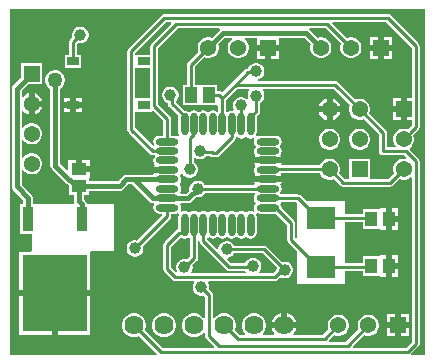
<source format=gbl>
G04*
G04 #@! TF.GenerationSoftware,Altium Limited,Altium Designer,23.2.1 (34)*
G04*
G04 Layer_Physical_Order=2*
G04 Layer_Color=16711680*
%FSLAX25Y25*%
%MOIN*%
G70*
G04*
G04 #@! TF.SameCoordinates,26DCB771-F187-4795-AA7E-67AAF857B4AA*
G04*
G04*
G04 #@! TF.FilePolarity,Positive*
G04*
G01*
G75*
%ADD19R,0.05151X0.03960*%
%ADD36C,0.01000*%
%ADD37C,0.01500*%
%ADD38C,0.06378*%
%ADD39C,0.05394*%
%ADD40R,0.05394X0.05394*%
%ADD41R,0.05394X0.05394*%
%ADD42C,0.09843*%
%ADD43C,0.03937*%
%ADD44C,0.05000*%
%ADD45O,0.07677X0.02362*%
%ADD46O,0.02362X0.07677*%
%ADD47R,0.03937X0.02756*%
%ADD48R,0.03740X0.08268*%
%ADD49R,0.21654X0.25591*%
%ADD50R,0.03960X0.05151*%
%ADD51R,0.09449X0.07480*%
%ADD52R,0.03937X0.05315*%
G36*
X70590Y109395D02*
X70575Y109385D01*
X67864Y106674D01*
X67232Y106843D01*
X66311D01*
X65422Y106605D01*
X64625Y106145D01*
X63973Y105494D01*
X63513Y104696D01*
X63275Y103807D01*
Y102886D01*
X63513Y101997D01*
X63526Y101975D01*
X60086Y98536D01*
X59799Y98106D01*
X59698Y97598D01*
Y91056D01*
X58255D01*
Y84141D01*
X63661D01*
X63792Y84141D01*
X64161D01*
X64292Y84141D01*
X69697D01*
Y84141D01*
X70131Y83981D01*
Y82133D01*
X70000Y82037D01*
X69699Y81935D01*
X69522Y81984D01*
X69080Y82280D01*
X68307Y82434D01*
X67534Y82280D01*
X67092Y81984D01*
X66732Y81883D01*
X66373Y81984D01*
X65931Y82280D01*
X65158Y82434D01*
X64385Y82280D01*
X63942Y81984D01*
X63583Y81883D01*
X63223Y81984D01*
X62781Y82280D01*
X62008Y82434D01*
X61235Y82280D01*
X60793Y81984D01*
X60433Y81883D01*
X60074Y81984D01*
X59631Y82280D01*
X58858Y82434D01*
X58737Y82410D01*
X56021Y85125D01*
Y85571D01*
X56349Y85899D01*
X56714Y86530D01*
X56902Y87234D01*
Y87963D01*
X56714Y88667D01*
X56349Y89298D01*
X55834Y89814D01*
X55202Y90178D01*
X54498Y90367D01*
X53769D01*
X53065Y90178D01*
X52434Y89814D01*
X51918Y89298D01*
X51554Y88667D01*
X51365Y87963D01*
Y87234D01*
X51554Y86530D01*
X51918Y85899D01*
X52434Y85383D01*
X53065Y85019D01*
X53370Y84937D01*
Y84576D01*
X53471Y84069D01*
X53759Y83639D01*
X56862Y80535D01*
X56838Y80414D01*
Y75099D01*
X56992Y74326D01*
X57096Y74170D01*
X56735Y73810D01*
X56580Y73914D01*
X55807Y74067D01*
X54475D01*
Y79724D01*
X54374Y80232D01*
X54087Y80662D01*
X50125Y84623D01*
Y103334D01*
X56686Y109895D01*
X70438D01*
X70590Y109395D01*
D02*
G37*
G36*
X54444Y111402D02*
X47863Y104821D01*
X47575Y104391D01*
X47475Y103883D01*
Y100997D01*
X42507D01*
X42447Y101472D01*
Y101596D01*
X52714Y111864D01*
X54252D01*
X54444Y111402D01*
D02*
G37*
G36*
X134574Y103334D02*
Y86531D01*
X132890D01*
Y82835D01*
Y79138D01*
X134574D01*
Y77394D01*
X133261Y76081D01*
X133239Y76093D01*
X132350Y76331D01*
X131429D01*
X130540Y76093D01*
X129743Y75633D01*
X129092Y74982D01*
X128631Y74184D01*
X128393Y73295D01*
Y72374D01*
X128631Y71485D01*
X129092Y70688D01*
X129208Y70571D01*
X129017Y70109D01*
X126326D01*
Y75040D01*
X126225Y75547D01*
X125937Y75977D01*
X120451Y81463D01*
X120463Y81485D01*
X120702Y82374D01*
Y83295D01*
X120463Y84184D01*
X120003Y84982D01*
X119352Y85633D01*
X118554Y86093D01*
X117665Y86332D01*
X116744D01*
X115855Y86093D01*
X115833Y86081D01*
X109994Y91921D01*
X109563Y92208D01*
X109056Y92309D01*
X83499D01*
X83433Y92809D01*
X83746Y92893D01*
X84377Y93257D01*
X84892Y93773D01*
X85257Y94404D01*
X85446Y95108D01*
Y95837D01*
X85257Y96541D01*
X84892Y97172D01*
X84377Y97688D01*
X83746Y98052D01*
X83042Y98241D01*
X82313D01*
X81609Y98052D01*
X80977Y97688D01*
X80462Y97172D01*
X80097Y96541D01*
X80084Y96490D01*
X80080D01*
X79572Y96389D01*
X79142Y96102D01*
X74961Y91921D01*
X71457Y88416D01*
X71337Y88536D01*
X70907Y88823D01*
X70400Y88924D01*
X69697D01*
Y91056D01*
X64292D01*
X64161Y91056D01*
X63792D01*
X63661Y91056D01*
X62349D01*
Y97049D01*
X65400Y100101D01*
X65422Y100088D01*
X66311Y99850D01*
X67232D01*
X68121Y100088D01*
X68919Y100548D01*
X69570Y101199D01*
X70030Y101997D01*
X70268Y102886D01*
Y103807D01*
X70099Y104439D01*
X72347Y106687D01*
X74564D01*
X74698Y106187D01*
X74625Y106145D01*
X73973Y105494D01*
X73513Y104696D01*
X73275Y103807D01*
Y102886D01*
X73513Y101997D01*
X73973Y101199D01*
X74625Y100548D01*
X75422Y100088D01*
X76311Y99850D01*
X77232D01*
X78121Y100088D01*
X78919Y100548D01*
X79570Y101199D01*
X80030Y101997D01*
X80268Y102886D01*
Y103807D01*
X80030Y104696D01*
X79570Y105494D01*
X78919Y106145D01*
X78845Y106187D01*
X78979Y106687D01*
X83075D01*
Y104347D01*
X86772D01*
X90468D01*
Y106687D01*
X98755D01*
X101003Y104439D01*
X100834Y103807D01*
Y102886D01*
X101072Y101997D01*
X101533Y101199D01*
X102184Y100548D01*
X102981Y100088D01*
X103870Y99850D01*
X104791D01*
X105681Y100088D01*
X106478Y100548D01*
X107129Y101199D01*
X107589Y101997D01*
X107828Y102886D01*
Y103807D01*
X107589Y104696D01*
X107129Y105494D01*
X106478Y106145D01*
X105681Y106605D01*
X104791Y106843D01*
X103870D01*
X103238Y106674D01*
X100527Y109385D01*
X100513Y109395D01*
X100664Y109895D01*
X105908D01*
X111085Y104718D01*
X111072Y104696D01*
X110834Y103807D01*
Y102886D01*
X111072Y101997D01*
X111533Y101199D01*
X112184Y100548D01*
X112981Y100088D01*
X113870Y99850D01*
X114791D01*
X115681Y100088D01*
X116478Y100548D01*
X117129Y101199D01*
X117589Y101997D01*
X117828Y102886D01*
Y103807D01*
X117589Y104696D01*
X117129Y105494D01*
X116478Y106145D01*
X115681Y106605D01*
X114791Y106843D01*
X113870D01*
X112981Y106605D01*
X112959Y106593D01*
X108150Y111402D01*
X108342Y111864D01*
X126045D01*
X134574Y103334D01*
D02*
G37*
G36*
X47475Y86430D02*
X42507D01*
X42447Y86905D01*
Y96166D01*
X42507Y96641D01*
X47475D01*
Y86430D01*
D02*
G37*
G36*
X80559Y89158D02*
X80485Y89083D01*
X80120Y88452D01*
X79931Y87748D01*
Y87019D01*
X80110Y86351D01*
X80087Y86309D01*
X79598Y86156D01*
X79456Y86299D01*
X78825Y86663D01*
X78120Y86852D01*
X77391D01*
X76687Y86663D01*
X76056Y86299D01*
X75541Y85783D01*
X75176Y85152D01*
X74988Y84448D01*
Y83719D01*
X75176Y83015D01*
X75297Y82806D01*
X74977Y82360D01*
X74606Y82434D01*
X73833Y82280D01*
X73391Y81984D01*
X73214Y81935D01*
X72913Y82037D01*
X72782Y82133D01*
Y85993D01*
X76447Y89658D01*
X80352D01*
X80559Y89158D01*
D02*
G37*
G36*
X51824Y79175D02*
Y74067D01*
X50492D01*
X49719Y73914D01*
X49064Y73476D01*
X48626Y72820D01*
X48472Y72047D01*
X48626Y71274D01*
X48785Y71037D01*
X48551Y70491D01*
X48522Y70479D01*
X42447Y76554D01*
Y81599D01*
X42507Y82074D01*
X48044D01*
Y82302D01*
X48506Y82494D01*
X51824Y79175D01*
D02*
G37*
G36*
X113959Y84206D02*
X113946Y84184D01*
X113708Y83295D01*
Y82374D01*
X113946Y81485D01*
X114407Y80688D01*
X115058Y80037D01*
X115855Y79576D01*
X116744Y79338D01*
X117665D01*
X118554Y79576D01*
X118576Y79589D01*
X123674Y74491D01*
Y68783D01*
X123775Y68276D01*
X124063Y67846D01*
X124493Y67559D01*
X125000Y67458D01*
X132051D01*
X132773Y66736D01*
X132514Y66287D01*
X132350Y66331D01*
X131429D01*
X130540Y66093D01*
X129743Y65633D01*
X129092Y64982D01*
X128631Y64184D01*
X128393Y63295D01*
Y62374D01*
X128631Y61485D01*
X128644Y61463D01*
X126890Y59709D01*
X120702D01*
Y66332D01*
X113708D01*
Y59709D01*
X112205D01*
X110451Y61463D01*
X110463Y61485D01*
X110702Y62374D01*
Y63295D01*
X110463Y64184D01*
X110003Y64982D01*
X109352Y65633D01*
X108554Y66093D01*
X107665Y66332D01*
X106744D01*
X105855Y66093D01*
X105058Y65633D01*
X104407Y64982D01*
X103946Y64184D01*
X103940Y64160D01*
X91435D01*
X91168Y64660D01*
X91227Y64748D01*
X86614D01*
X82002D01*
X82384Y64176D01*
X82275Y63647D01*
X82091Y63372D01*
X81937Y62599D01*
X82091Y61826D01*
X82275Y61550D01*
X82384Y61022D01*
X82002Y60449D01*
X86614D01*
X91227D01*
X90844Y61022D01*
X90892Y61304D01*
X91014Y61509D01*
X103940D01*
X103946Y61485D01*
X104407Y60688D01*
X105058Y60037D01*
X105855Y59576D01*
X106744Y59338D01*
X107665D01*
X108554Y59576D01*
X108576Y59589D01*
X110719Y57446D01*
X111149Y57159D01*
X111656Y57058D01*
X127439D01*
X127946Y57159D01*
X128376Y57446D01*
X130518Y59589D01*
X130540Y59576D01*
X131429Y59338D01*
X132350D01*
X133239Y59576D01*
X134037Y60036D01*
X134113Y60112D01*
X134574Y59921D01*
Y5232D01*
X132651Y3309D01*
X115089D01*
X114897Y3771D01*
X118707Y7581D01*
X118729Y7568D01*
X119618Y7330D01*
X120539D01*
X121429Y7568D01*
X122226Y8029D01*
X122877Y8680D01*
X123337Y9477D01*
X123576Y10366D01*
Y11287D01*
X123337Y12177D01*
X122877Y12974D01*
X122226Y13625D01*
X121429Y14085D01*
X120539Y14324D01*
X119618D01*
X118729Y14085D01*
X117932Y13625D01*
X117281Y12974D01*
X116820Y12177D01*
X116582Y11287D01*
Y10366D01*
X116820Y9477D01*
X116833Y9455D01*
X112686Y5309D01*
X107142D01*
X106935Y5809D01*
X108707Y7581D01*
X108729Y7568D01*
X109618Y7330D01*
X110539D01*
X111428Y7568D01*
X112226Y8029D01*
X112877Y8680D01*
X113337Y9477D01*
X113576Y10366D01*
Y11287D01*
X113337Y12177D01*
X112877Y12974D01*
X112226Y13625D01*
X111428Y14085D01*
X110539Y14324D01*
X109618D01*
X108729Y14085D01*
X107932Y13625D01*
X107281Y12974D01*
X106820Y12177D01*
X106582Y11287D01*
Y10366D01*
X106820Y9477D01*
X106833Y9455D01*
X104986Y7609D01*
X95367D01*
X95176Y8071D01*
X95360Y8255D01*
X95911Y9210D01*
X96077Y9827D01*
X87939D01*
X88104Y9210D01*
X88656Y8255D01*
X88840Y8071D01*
X88648Y7609D01*
X85138D01*
X84931Y8109D01*
X85200Y8377D01*
X85725Y9287D01*
X85997Y10302D01*
Y11352D01*
X85725Y12366D01*
X85200Y13276D01*
X84457Y14019D01*
X83548Y14544D01*
X82533Y14816D01*
X81483D01*
X80468Y14544D01*
X79558Y14019D01*
X78816Y13276D01*
X78291Y12366D01*
X78019Y11352D01*
Y10302D01*
X78291Y9287D01*
X78816Y8377D01*
X79084Y8109D01*
X78877Y7609D01*
X77100D01*
X75614Y9095D01*
X75725Y9287D01*
X75997Y10302D01*
Y11352D01*
X75725Y12366D01*
X75200Y13276D01*
X74457Y14019D01*
X73548Y14544D01*
X72533Y14816D01*
X71483D01*
X70468Y14544D01*
X69559Y14019D01*
X68826Y13286D01*
X68713Y13289D01*
X68326Y13393D01*
Y20883D01*
X68225Y21391D01*
X67937Y21821D01*
X67051Y22707D01*
X67163Y23124D01*
Y23853D01*
X66974Y24557D01*
X66690Y25050D01*
X66898Y25550D01*
X88883D01*
X88883Y25550D01*
X88883Y25550D01*
X89167Y25606D01*
X89390Y25651D01*
X89390Y25651D01*
X89390Y25651D01*
X89607Y25795D01*
X89820Y25938D01*
X89820Y25938D01*
X89820Y25938D01*
X90786Y26903D01*
X91131Y26704D01*
X91835Y26515D01*
X92564D01*
X93269Y26704D01*
X93900Y27068D01*
X94415Y27584D01*
X94780Y28215D01*
X94968Y28919D01*
Y29648D01*
X94780Y30352D01*
X94415Y30983D01*
X93900Y31499D01*
X93269Y31863D01*
X92564Y32052D01*
X91835D01*
X91418Y31940D01*
X86337Y37021D01*
X85907Y37308D01*
X85400Y37409D01*
X75331D01*
X75115Y37783D01*
X74600Y38299D01*
X73969Y38663D01*
X73264Y38852D01*
X72536D01*
X71831Y38663D01*
X71200Y38299D01*
X70685Y37783D01*
X70320Y37152D01*
X70131Y36448D01*
Y36391D01*
X69631Y36184D01*
X66483Y39332D01*
Y39915D01*
X66614Y40011D01*
X66983Y40136D01*
X67534Y39768D01*
X68307Y39614D01*
X69080Y39768D01*
X69735Y40206D01*
X70029D01*
X70684Y39768D01*
X71457Y39614D01*
X72230Y39768D01*
X72885Y40206D01*
X73178D01*
X73833Y39768D01*
X74606Y39614D01*
X75379Y39768D01*
X76035Y40206D01*
X76328D01*
X76983Y39768D01*
X77756Y39614D01*
X78529Y39768D01*
X79184Y40206D01*
X79477D01*
X80133Y39768D01*
X80906Y39614D01*
X81679Y39768D01*
X82334Y40206D01*
X82772Y40861D01*
X82925Y41634D01*
Y46949D01*
X82772Y47722D01*
X82668Y47877D01*
X83029Y48238D01*
X83184Y48134D01*
X83957Y47980D01*
X89272D01*
X89393Y48004D01*
X93163Y44235D01*
Y39174D01*
X93264Y38666D01*
X93551Y38236D01*
X96457Y35331D01*
Y24606D01*
X112205D01*
Y28990D01*
X118377D01*
Y27137D01*
X123895D01*
Y26937D01*
X125875D01*
Y30512D01*
Y34087D01*
X123895D01*
Y33887D01*
X118377D01*
Y31641D01*
X112205D01*
Y45131D01*
X118377D01*
Y42885D01*
X123895D01*
Y42685D01*
X125875D01*
Y46260D01*
Y49835D01*
X123895D01*
Y49635D01*
X118377D01*
Y47782D01*
X112205D01*
Y52165D01*
X99512D01*
X97591Y54087D01*
X97161Y54374D01*
X96654Y54475D01*
X90991D01*
X90895Y54606D01*
X90770Y54975D01*
X91138Y55526D01*
X91292Y56299D01*
X91138Y57072D01*
X90953Y57348D01*
X90844Y57876D01*
X91227Y58449D01*
X86614D01*
X82002D01*
X82241Y58090D01*
X81981Y57590D01*
X65643D01*
X65447Y57930D01*
X64931Y58445D01*
X64300Y58810D01*
X63596Y58998D01*
X62867D01*
X62163Y58810D01*
X61532Y58445D01*
X61016Y57930D01*
X60652Y57298D01*
X60463Y56594D01*
Y55865D01*
X60499Y55732D01*
X59497Y54730D01*
X57743D01*
X57475Y55230D01*
X57673Y55526D01*
X57827Y56299D01*
X57673Y57072D01*
X57235Y57728D01*
Y58021D01*
X57673Y58676D01*
X57827Y59449D01*
X57673Y60222D01*
X57489Y60498D01*
X57404Y60908D01*
X57709Y61298D01*
X58197Y61273D01*
X58313Y61072D01*
X58828Y60556D01*
X59460Y60192D01*
X60164Y60003D01*
X60893D01*
X61597Y60192D01*
X62228Y60556D01*
X62744Y61072D01*
X63108Y61703D01*
X63297Y62407D01*
Y63136D01*
X63108Y63840D01*
X62744Y64471D01*
X62228Y64987D01*
X61854Y65203D01*
Y66414D01*
X62354Y66611D01*
X62862Y66318D01*
X63566Y66129D01*
X64295D01*
X64999Y66318D01*
X65630Y66682D01*
X66146Y67198D01*
X66252Y67383D01*
X67350D01*
X67386Y67346D01*
X67816Y67059D01*
X68323Y66958D01*
X69406D01*
X69914Y67059D01*
X70344Y67346D01*
X75544Y72546D01*
X75831Y72976D01*
X75914Y73391D01*
X76113Y73526D01*
X76350Y73582D01*
X76541Y73528D01*
X76983Y73233D01*
X77756Y73079D01*
X78529Y73233D01*
X78971Y73528D01*
X79331Y73629D01*
X79690Y73528D01*
X80133Y73233D01*
X80906Y73079D01*
X81679Y73233D01*
X81834Y73336D01*
X82195Y72976D01*
X82091Y72820D01*
X81937Y72047D01*
X82091Y71274D01*
X82528Y70619D01*
Y70326D01*
X82091Y69671D01*
X81937Y68898D01*
X82091Y68125D01*
X82275Y67849D01*
X82384Y67321D01*
X82002Y66748D01*
X86614D01*
X91227D01*
X90844Y67321D01*
X90953Y67849D01*
X91138Y68125D01*
X91292Y68898D01*
X91138Y69671D01*
X90700Y70326D01*
Y70619D01*
X91138Y71274D01*
X91292Y72047D01*
X91138Y72820D01*
X90700Y73476D01*
X90045Y73914D01*
X89272Y74067D01*
X83957D01*
X83184Y73914D01*
X83028Y73810D01*
X82668Y74170D01*
X82772Y74326D01*
X82925Y75099D01*
Y80414D01*
X82906Y80510D01*
X83637Y81240D01*
X83925Y81671D01*
X84026Y82178D01*
Y84952D01*
X84400Y85168D01*
X84915Y85684D01*
X85280Y86315D01*
X85469Y87019D01*
Y87748D01*
X85280Y88452D01*
X84915Y89083D01*
X84841Y89158D01*
X85048Y89658D01*
X108507D01*
X113959Y84206D01*
D02*
G37*
G36*
X82257Y54890D02*
X82436Y54439D01*
X82091Y53923D01*
X81937Y53150D01*
X82091Y52377D01*
X82528Y51722D01*
Y51429D01*
X82091Y50773D01*
X81937Y50000D01*
X82091Y49227D01*
X82194Y49072D01*
X81834Y48711D01*
X81679Y48815D01*
X80906Y48969D01*
X80133Y48815D01*
X79690Y48520D01*
X79331Y48419D01*
X78971Y48520D01*
X78529Y48815D01*
X77756Y48969D01*
X76983Y48815D01*
X76541Y48520D01*
X76181Y48419D01*
X75822Y48520D01*
X75379Y48815D01*
X74606Y48969D01*
X73833Y48815D01*
X73391Y48520D01*
X73032Y48419D01*
X72672Y48520D01*
X72230Y48815D01*
X71457Y48969D01*
X70684Y48815D01*
X70242Y48520D01*
X69882Y48419D01*
X69522Y48520D01*
X69080Y48815D01*
X68307Y48969D01*
X67534Y48815D01*
X67092Y48520D01*
X66732Y48419D01*
X66373Y48520D01*
X65931Y48815D01*
X65158Y48969D01*
X64385Y48815D01*
X63942Y48520D01*
X63583Y48419D01*
X63223Y48520D01*
X62781Y48815D01*
X62008Y48969D01*
X61235Y48815D01*
X60793Y48520D01*
X60433Y48419D01*
X60074Y48520D01*
X59631Y48815D01*
X58858Y48969D01*
X58085Y48815D01*
X57930Y48711D01*
X57569Y49072D01*
X57673Y49227D01*
X57827Y50000D01*
X57673Y50773D01*
X57475Y51069D01*
X57743Y51569D01*
X60151D01*
X60756Y51690D01*
X61269Y52032D01*
X62734Y53497D01*
X62867Y53461D01*
X63596D01*
X64300Y53650D01*
X64931Y54015D01*
X65447Y54530D01*
X65683Y54939D01*
X82214D01*
X82257Y54890D01*
D02*
G37*
G36*
X96457Y51472D02*
Y40159D01*
X95957Y39904D01*
X95814Y40008D01*
Y44784D01*
X95713Y45291D01*
X95425Y45721D01*
X91268Y49879D01*
X91292Y50000D01*
X91138Y50773D01*
X90770Y51324D01*
X90895Y51693D01*
X90991Y51824D01*
X96105D01*
X96457Y51472D01*
D02*
G37*
G36*
X58085Y39768D02*
X58858Y39614D01*
X59631Y39768D01*
X60074Y40064D01*
X60251Y40113D01*
X60551Y40012D01*
X60682Y39915D01*
Y33740D01*
X59709Y32767D01*
X59165Y32912D01*
X58435D01*
X57731Y32724D01*
X57100Y32359D01*
X56585Y31844D01*
X56220Y31212D01*
X56032Y30508D01*
Y29779D01*
X56220Y29075D01*
X56270Y28989D01*
X55870Y28682D01*
X54475Y30077D01*
Y37077D01*
X57534Y40136D01*
X58085Y39768D01*
D02*
G37*
G36*
X89543Y30066D02*
X89432Y29648D01*
Y29273D01*
X89356Y29222D01*
X89356Y29222D01*
X89356Y29222D01*
X88334Y28201D01*
X84004D01*
X83797Y28701D01*
X83908Y28812D01*
X84273Y29443D01*
X84461Y30147D01*
Y30876D01*
X84273Y31580D01*
X83908Y32212D01*
X83393Y32727D01*
X82762Y33092D01*
X82057Y33280D01*
X81328D01*
X80624Y33092D01*
X79993Y32727D01*
X79478Y32212D01*
X79113Y31580D01*
X79094Y31509D01*
X74307D01*
X73001Y32815D01*
X73208Y33315D01*
X73264D01*
X73969Y33504D01*
X74600Y33868D01*
X75115Y34383D01*
X75331Y34758D01*
X84851D01*
X89543Y30066D01*
D02*
G37*
G36*
X63933Y38276D02*
X64220Y37846D01*
X72820Y29246D01*
X73250Y28959D01*
X73758Y28858D01*
X79113D01*
X79218Y28701D01*
X78951Y28201D01*
X61452D01*
X61164Y28701D01*
X61380Y29075D01*
X61568Y29779D01*
Y30508D01*
X61490Y30799D01*
X62945Y32254D01*
X63233Y32684D01*
X63333Y33191D01*
Y38780D01*
X63832Y38783D01*
X63933Y38276D01*
D02*
G37*
G36*
X138961Y803D02*
X134601D01*
X134394Y1303D01*
X136837Y3746D01*
X137125Y4176D01*
X137225Y4683D01*
Y65483D01*
X137125Y65991D01*
X136837Y66421D01*
X133886Y69372D01*
X133968Y69997D01*
X134037Y70036D01*
X134688Y70688D01*
X135148Y71485D01*
X135387Y72374D01*
Y73295D01*
X135148Y74184D01*
X135136Y74206D01*
X136837Y75908D01*
X137125Y76338D01*
X137225Y76845D01*
Y103883D01*
X137125Y104391D01*
X136837Y104821D01*
X127532Y114126D01*
X127102Y114414D01*
X126594Y114515D01*
X52165D01*
X51658Y114414D01*
X51228Y114126D01*
X40184Y103082D01*
X39897Y102652D01*
X39796Y102145D01*
Y76005D01*
X39897Y75497D01*
X40184Y75067D01*
X47291Y67961D01*
X47721Y67673D01*
X48228Y67572D01*
X48773D01*
X48869Y67441D01*
X48994Y67072D01*
X48626Y66521D01*
X48472Y65748D01*
X48626Y64975D01*
X48810Y64699D01*
X48920Y64171D01*
X48537Y63599D01*
X53150D01*
Y61599D01*
X48537D01*
X48623Y61470D01*
X48387Y61029D01*
X39469D01*
X38864Y60909D01*
X38351Y60567D01*
X36545Y58761D01*
X26997D01*
Y59919D01*
X27197D01*
Y61899D01*
X23622D01*
Y62899D01*
X22622D01*
Y65879D01*
X20047D01*
Y62615D01*
X19585Y62424D01*
X17328Y64680D01*
Y89622D01*
X17774Y89879D01*
X18389Y90493D01*
X18823Y91246D01*
X19048Y92085D01*
Y92954D01*
X18823Y93793D01*
X18389Y94546D01*
X17774Y95160D01*
X17022Y95595D01*
X16183Y95820D01*
X15314D01*
X14474Y95595D01*
X13722Y95160D01*
X13107Y94546D01*
X12673Y93793D01*
X12448Y92954D01*
Y92085D01*
X12673Y91246D01*
X13107Y90493D01*
X13722Y89879D01*
X14168Y89622D01*
Y64026D01*
X14288Y63421D01*
X14630Y62908D01*
X19287Y58252D01*
X19800Y57909D01*
X20128Y57844D01*
X20247Y57725D01*
Y54401D01*
X22042D01*
Y52168D01*
X22136Y51694D01*
X22022Y51409D01*
X21816Y51181D01*
X9324D01*
Y51194D01*
X8234D01*
Y53386D01*
X8114Y53991D01*
X7771Y54503D01*
X4533Y57741D01*
Y62438D01*
X5033Y62572D01*
X5076Y62498D01*
X5727Y61847D01*
X6524Y61387D01*
X7414Y61149D01*
X8334D01*
X9224Y61387D01*
X10021Y61847D01*
X10672Y62498D01*
X11133Y63296D01*
X11371Y64185D01*
Y65106D01*
X11133Y65995D01*
X10672Y66793D01*
X10021Y67444D01*
X9224Y67904D01*
X8334Y68142D01*
X7414D01*
X6524Y67904D01*
X5727Y67444D01*
X5076Y66793D01*
X5033Y66719D01*
X4533Y66853D01*
Y72438D01*
X5033Y72572D01*
X5076Y72499D01*
X5727Y71847D01*
X6524Y71387D01*
X7414Y71149D01*
X8334D01*
X9224Y71387D01*
X10021Y71847D01*
X10672Y72499D01*
X11133Y73296D01*
X11371Y74185D01*
Y75106D01*
X11133Y75995D01*
X10672Y76793D01*
X10021Y77444D01*
X9224Y77904D01*
X8334Y78142D01*
X7414D01*
X6524Y77904D01*
X5727Y77444D01*
X5076Y76793D01*
X5033Y76719D01*
X4533Y76853D01*
Y82092D01*
X5033Y82258D01*
X5604Y81687D01*
X6447Y81201D01*
X6874Y81086D01*
Y84646D01*
Y88205D01*
X6447Y88090D01*
X5604Y87604D01*
X5033Y87033D01*
X4533Y87199D01*
Y89070D01*
X6612Y91149D01*
X11371D01*
Y98142D01*
X4377D01*
Y93384D01*
X1835Y90842D01*
X1493Y90329D01*
X1372Y89724D01*
Y57087D01*
X1493Y56482D01*
X1835Y55969D01*
X5073Y52731D01*
Y51194D01*
X3983D01*
Y41326D01*
X7874D01*
Y35752D01*
X7874Y35433D01*
X7449Y35252D01*
X3803D01*
Y22457D01*
X15630D01*
Y21457D01*
D01*
Y22457D01*
X27457D01*
Y34933D01*
X27457Y35252D01*
X27882Y35433D01*
X35433D01*
Y51181D01*
X27277D01*
Y51194D01*
X26185D01*
X26066Y51788D01*
X25724Y52301D01*
X25202Y52822D01*
Y54401D01*
X26997D01*
Y55600D01*
X37200D01*
X37805Y55720D01*
X38317Y56063D01*
X40123Y57869D01*
X41274D01*
X47111Y52032D01*
X47623Y51690D01*
X48228Y51569D01*
X48557D01*
X48824Y51069D01*
X48626Y50773D01*
X48472Y50000D01*
X48626Y49227D01*
X49064Y48572D01*
X49719Y48134D01*
X50492Y47980D01*
X51304D01*
X51511Y47480D01*
X43105Y39074D01*
X42687Y39186D01*
X41958D01*
X41254Y38997D01*
X40623Y38633D01*
X40108Y38117D01*
X39743Y37486D01*
X39554Y36782D01*
Y36053D01*
X39743Y35349D01*
X40108Y34717D01*
X40623Y34202D01*
X41254Y33838D01*
X41958Y33649D01*
X42687D01*
X43391Y33838D01*
X44023Y34202D01*
X44538Y34717D01*
X44903Y35349D01*
X45091Y36053D01*
Y36782D01*
X44979Y37199D01*
X54087Y46307D01*
X54374Y46737D01*
X54475Y47244D01*
Y47980D01*
X55807D01*
X56580Y48134D01*
X56735Y48238D01*
X57096Y47877D01*
X56992Y47722D01*
X56838Y46949D01*
Y42860D01*
X56605Y42813D01*
X56175Y42526D01*
X52212Y38563D01*
X51925Y38133D01*
X51824Y37626D01*
Y29528D01*
X51925Y29020D01*
X52212Y28590D01*
X54865Y25938D01*
X55295Y25651D01*
X55802Y25550D01*
X61891D01*
X62099Y25050D01*
X61815Y24557D01*
X61626Y23853D01*
Y23124D01*
X61815Y22420D01*
X62179Y21789D01*
X62695Y21273D01*
X63326Y20909D01*
X64030Y20720D01*
X64759D01*
X65177Y20832D01*
X65675Y20334D01*
Y13403D01*
X65338Y13313D01*
X65175Y13301D01*
X64457Y14019D01*
X63547Y14544D01*
X62533Y14816D01*
X61483D01*
X60468Y14544D01*
X59558Y14019D01*
X58816Y13276D01*
X58291Y12366D01*
X58019Y11352D01*
Y10302D01*
X58291Y9287D01*
X58816Y8377D01*
X59558Y7635D01*
X60468Y7110D01*
X61483Y6838D01*
X62533D01*
X63547Y7110D01*
X64457Y7635D01*
X65175Y8352D01*
X65338Y8341D01*
X65675Y8250D01*
Y7383D01*
X65775Y6876D01*
X66063Y6446D01*
X68738Y3771D01*
X68547Y3309D01*
X51400D01*
X45614Y9095D01*
X45725Y9287D01*
X45997Y10302D01*
Y11352D01*
X45725Y12366D01*
X45200Y13276D01*
X44457Y14019D01*
X43547Y14544D01*
X42533Y14816D01*
X41483D01*
X40468Y14544D01*
X39559Y14019D01*
X38816Y13276D01*
X38291Y12366D01*
X38019Y11352D01*
Y10302D01*
X38291Y9287D01*
X38816Y8377D01*
X39559Y7635D01*
X40468Y7110D01*
X41483Y6838D01*
X42533D01*
X43547Y7110D01*
X43740Y7220D01*
X49657Y1303D01*
X49450Y803D01*
X803D01*
Y116323D01*
X138961D01*
Y803D01*
D02*
G37*
%LPC*%
G36*
X128028Y107044D02*
X125331D01*
Y104347D01*
X128028D01*
Y107044D01*
D02*
G37*
G36*
X123331D02*
X120634D01*
Y104347D01*
X123331D01*
Y107044D01*
D02*
G37*
G36*
X128028Y102347D02*
X125331D01*
Y99650D01*
X128028D01*
Y102347D01*
D02*
G37*
G36*
X123331D02*
X120634D01*
Y99650D01*
X123331D01*
Y102347D01*
D02*
G37*
G36*
X90468D02*
X87772D01*
Y99650D01*
X90468D01*
Y102347D01*
D02*
G37*
G36*
X85772D02*
X83075D01*
Y99650D01*
X85772D01*
Y102347D01*
D02*
G37*
G36*
X130890Y86531D02*
X128193D01*
Y83835D01*
X130890D01*
Y86531D01*
D02*
G37*
G36*
Y81835D02*
X128193D01*
Y79138D01*
X130890D01*
Y81835D01*
D02*
G37*
G36*
X108205Y86394D02*
Y83835D01*
X110764D01*
X110650Y84262D01*
X110163Y85105D01*
X109475Y85793D01*
X108632Y86280D01*
X108205Y86394D01*
D02*
G37*
G36*
X106205D02*
X105778Y86280D01*
X104935Y85793D01*
X104247Y85105D01*
X103760Y84262D01*
X103646Y83835D01*
X106205D01*
Y86394D01*
D02*
G37*
G36*
X110764Y81835D02*
X108205D01*
Y79276D01*
X108632Y79390D01*
X109475Y79877D01*
X110163Y80565D01*
X110650Y81408D01*
X110764Y81835D01*
D02*
G37*
G36*
X106205D02*
X103646D01*
X103760Y81408D01*
X104247Y80565D01*
X104935Y79877D01*
X105778Y79390D01*
X106205Y79276D01*
Y81835D01*
D02*
G37*
G36*
X117665Y76332D02*
X116744D01*
X115855Y76093D01*
X115058Y75633D01*
X114407Y74982D01*
X113946Y74185D01*
X113708Y73295D01*
Y72374D01*
X113946Y71485D01*
X114407Y70688D01*
X115058Y70037D01*
X115855Y69576D01*
X116744Y69338D01*
X117665D01*
X118554Y69576D01*
X119352Y70037D01*
X120003Y70688D01*
X120463Y71485D01*
X120702Y72374D01*
Y73295D01*
X120463Y74185D01*
X120003Y74982D01*
X119352Y75633D01*
X118554Y76093D01*
X117665Y76332D01*
D02*
G37*
G36*
X107665D02*
X106744D01*
X105855Y76093D01*
X105058Y75633D01*
X104407Y74982D01*
X103946Y74185D01*
X103708Y73295D01*
Y72374D01*
X103946Y71485D01*
X104407Y70688D01*
X105058Y70037D01*
X105855Y69576D01*
X106744Y69338D01*
X107665D01*
X108554Y69576D01*
X109352Y70037D01*
X110003Y70688D01*
X110463Y71485D01*
X110702Y72374D01*
Y73295D01*
X110463Y74185D01*
X110003Y74982D01*
X109352Y75633D01*
X108554Y76093D01*
X107665Y76332D01*
D02*
G37*
G36*
X129855Y49835D02*
X127875D01*
Y47260D01*
X129855D01*
Y49835D01*
D02*
G37*
G36*
Y45260D02*
X127875D01*
Y42685D01*
X129855D01*
Y45260D01*
D02*
G37*
G36*
Y34087D02*
X127875D01*
Y31512D01*
X129855D01*
Y34087D01*
D02*
G37*
G36*
Y29512D02*
X127875D01*
Y26937D01*
X129855D01*
Y29512D01*
D02*
G37*
G36*
X133776Y14524D02*
X131079D01*
Y11827D01*
X133776D01*
Y14524D01*
D02*
G37*
G36*
X93008Y14896D02*
Y11827D01*
X96077D01*
X95911Y12444D01*
X95360Y13399D01*
X94580Y14179D01*
X93625Y14730D01*
X93008Y14896D01*
D02*
G37*
G36*
X91008D02*
X90391Y14730D01*
X89436Y14179D01*
X88656Y13399D01*
X88104Y12444D01*
X87939Y11827D01*
X91008D01*
Y14896D01*
D02*
G37*
G36*
X129079Y14524D02*
X126382D01*
Y11827D01*
X129079D01*
Y14524D01*
D02*
G37*
G36*
X133776Y9827D02*
X131079D01*
Y7130D01*
X133776D01*
Y9827D01*
D02*
G37*
G36*
X129079D02*
X126382D01*
Y7130D01*
X129079D01*
Y9827D01*
D02*
G37*
G36*
X24464Y110352D02*
X23735D01*
X23031Y110163D01*
X22400Y109799D01*
X21885Y109283D01*
X21520Y108652D01*
X21331Y107948D01*
Y107219D01*
X21446Y106792D01*
X20716Y106062D01*
X20429Y105632D01*
X20328Y105125D01*
Y100997D01*
X18885D01*
Y96641D01*
X24422D01*
Y100997D01*
X22979D01*
Y104576D01*
X23328Y104924D01*
X23735Y104815D01*
X24464D01*
X25169Y105004D01*
X25800Y105368D01*
X26315Y105884D01*
X26680Y106515D01*
X26869Y107219D01*
Y107948D01*
X26680Y108652D01*
X26315Y109283D01*
X25800Y109799D01*
X25169Y110163D01*
X24464Y110352D01*
D02*
G37*
G36*
X8874Y88205D02*
Y85646D01*
X11433D01*
X11319Y86072D01*
X10832Y86915D01*
X10144Y87604D01*
X9301Y88090D01*
X8874Y88205D01*
D02*
G37*
G36*
X24622Y86630D02*
X22654D01*
Y85252D01*
X24622D01*
Y86630D01*
D02*
G37*
G36*
X20654D02*
X18685D01*
Y85252D01*
X20654D01*
Y86630D01*
D02*
G37*
G36*
X24622Y83252D02*
X22654D01*
Y81874D01*
X24622D01*
Y83252D01*
D02*
G37*
G36*
X20654D02*
X18685D01*
Y81874D01*
X20654D01*
Y83252D01*
D02*
G37*
G36*
X11433Y83646D02*
X8874D01*
Y81086D01*
X9301Y81201D01*
X10144Y81687D01*
X10832Y82376D01*
X11319Y83219D01*
X11433Y83646D01*
D02*
G37*
G36*
X27197Y65879D02*
X24622D01*
Y63899D01*
X27197D01*
Y65879D01*
D02*
G37*
G36*
X27457Y20457D02*
X16630D01*
Y7661D01*
X27457D01*
Y20457D01*
D02*
G37*
G36*
X14630D02*
X3803D01*
Y7661D01*
X14630D01*
Y20457D01*
D02*
G37*
G36*
X52533Y14816D02*
X51483D01*
X50468Y14544D01*
X49558Y14019D01*
X48816Y13276D01*
X48291Y12366D01*
X48019Y11352D01*
Y10302D01*
X48291Y9287D01*
X48816Y8377D01*
X49558Y7635D01*
X50468Y7110D01*
X51483Y6838D01*
X52533D01*
X53548Y7110D01*
X54457Y7635D01*
X55200Y8377D01*
X55725Y9287D01*
X55997Y10302D01*
Y11352D01*
X55725Y12366D01*
X55200Y13276D01*
X54457Y14019D01*
X53548Y14544D01*
X52533Y14816D01*
D02*
G37*
%LPD*%
D19*
X23622Y57180D02*
D03*
Y62899D02*
D03*
D36*
X41121Y76005D02*
X48228Y68898D01*
X53150D01*
X135900Y4683D02*
Y65483D01*
X132600Y68783D02*
X135900Y65483D01*
X133200Y1983D02*
X135900Y4683D01*
X50851Y1983D02*
X133200D01*
X56137Y111221D02*
X106457D01*
X48800Y103883D02*
X56137Y111221D01*
X106457D02*
X114331Y103347D01*
X48800Y84074D02*
Y103883D01*
Y84074D02*
X53150Y79724D01*
X54134Y87598D02*
X54696Y87036D01*
X53150Y72047D02*
Y79724D01*
X21654Y98819D02*
Y105125D01*
Y98819D02*
X21654Y98819D01*
X75898Y90983D02*
X76800D01*
X109056D01*
X24100Y107571D02*
Y107583D01*
X21654Y105125D02*
X24100Y107571D01*
X54696Y84576D02*
Y87036D01*
X61023Y97598D02*
X66772Y103347D01*
X54696Y84576D02*
X58858Y80414D01*
X61023Y87599D02*
Y97598D01*
X58858Y77756D02*
Y80414D01*
X52165Y113189D02*
X126594D01*
X41121Y102145D02*
X52165Y113189D01*
X126594D02*
X135900Y103883D01*
X41121Y76005D02*
Y102145D01*
X80080Y95165D02*
X82369D01*
X82677Y95472D01*
X75898Y90983D02*
X80080Y95165D01*
X89272Y50000D02*
X94488Y44784D01*
Y39174D02*
Y44784D01*
Y39174D02*
X103347Y30315D01*
X104331D01*
X55802Y26875D02*
X88883D01*
X81365Y30183D02*
X81693Y30512D01*
X73758Y30183D02*
X81365D01*
X65158Y38783D02*
X73758Y30183D01*
X88883Y26875D02*
X90293Y28285D01*
X125000Y68783D02*
X132600D01*
X125000D02*
Y75040D01*
X117205Y82835D02*
X125000Y75040D01*
X53150Y37626D02*
X57112Y41589D01*
X53150Y29528D02*
X55802Y26875D01*
X53150Y29528D02*
Y37626D01*
X58229Y41589D02*
X58858Y42218D01*
Y44292D01*
X57112Y41589D02*
X58229D01*
X64120Y68708D02*
X67899D01*
X63930Y68898D02*
X64120Y68708D01*
X67899D02*
X68323Y68283D01*
X60528Y62771D02*
Y73250D01*
X62008Y74730D01*
Y77756D01*
X68323Y68283D02*
X69406D01*
X74606Y73483D02*
Y77756D01*
X69406Y68283D02*
X74606Y73483D01*
X86614Y62599D02*
X86850Y62835D01*
X71457Y77756D02*
Y86542D01*
X75898Y90983D01*
X77756Y77756D02*
Y84083D01*
X70400Y87599D02*
X71457Y86542D01*
X66929Y87599D02*
X70400D01*
X109056Y90983D02*
X117205Y82835D01*
X135900Y76845D02*
Y103883D01*
X86850Y62835D02*
X107205D01*
X103347Y46457D02*
X104331D01*
X96654Y53150D02*
X103347Y46457D01*
X86614Y53150D02*
X96654D01*
X86614Y50000D02*
X89272D01*
X86580Y56265D02*
X86614Y56299D01*
X91405Y29283D02*
X92200D01*
X85400Y36083D02*
X92200Y29283D01*
X72900Y36083D02*
X85400D01*
X90407Y28285D02*
X91405Y29283D01*
X90293Y28285D02*
X90407D01*
X65158Y38783D02*
Y44292D01*
X62008Y33191D02*
Y44292D01*
X63266Y56265D02*
X86580D01*
X80906Y77756D02*
Y80383D01*
X82700Y82178D01*
Y87383D01*
X104331Y46457D02*
X120960D01*
Y30315D02*
X121157Y30512D01*
X104331Y30315D02*
X120960D01*
Y46457D02*
X121157Y46260D01*
X107205Y62835D02*
X111656Y58383D01*
X133858Y74803D02*
X135900Y76845D01*
X127439Y58383D02*
X131890Y62835D01*
X111656Y58383D02*
X127439D01*
X70400Y3983D02*
X113235D01*
X42008Y10827D02*
X50851Y1983D01*
X67000Y7383D02*
X70400Y3983D01*
X113235D02*
X120079Y10827D01*
X105535Y6283D02*
X110079Y10827D01*
X72008D02*
X76551Y6283D01*
X105535D01*
X58960Y30144D02*
X62008Y33191D01*
X42323Y36417D02*
X53150Y47244D01*
Y50000D01*
X67000Y7383D02*
Y20883D01*
X64395Y23489D02*
X67000Y20883D01*
X58800Y30144D02*
X58960D01*
D37*
X71693Y108268D02*
X99410D01*
X66772Y103347D02*
X71693Y108268D01*
X99410D02*
X104331Y103347D01*
X48228Y53150D02*
X60151D01*
X41929Y59449D02*
X48228Y53150D01*
X39469Y59449D02*
X41929D01*
X53150D01*
X15748Y64026D02*
Y92520D01*
X63231Y56230D02*
X63266Y56265D01*
X60151Y53150D02*
X63231Y56230D01*
X15748Y64026D02*
X20405Y59369D01*
X20838D01*
X23027Y57180D01*
X23622D01*
X37200D02*
X39469Y59449D01*
X23622Y57180D02*
X37200D01*
X23622Y52168D02*
X24606Y51183D01*
X23622Y52168D02*
Y57180D01*
X6654Y46260D02*
Y53386D01*
X24606Y46260D02*
Y51183D01*
X2953Y57087D02*
X6654Y53386D01*
X2953Y89724D02*
X7874Y94646D01*
X2953Y57087D02*
Y89724D01*
D38*
X92008Y10827D02*
D03*
X82008D02*
D03*
X72008D02*
D03*
X62008D02*
D03*
X52008D02*
D03*
X42008D02*
D03*
D39*
X7874Y64646D02*
D03*
Y74646D02*
D03*
Y84646D02*
D03*
X110079Y10827D02*
D03*
X120079D02*
D03*
X131890Y72835D02*
D03*
Y62835D02*
D03*
X107205Y82835D02*
D03*
X117205D02*
D03*
X107205Y72835D02*
D03*
X117205D02*
D03*
X107205Y62835D02*
D03*
X66772Y103347D02*
D03*
X76772D02*
D03*
X114331D02*
D03*
X104331D02*
D03*
D40*
X7874Y94646D02*
D03*
X131890Y82835D02*
D03*
X117205Y62835D02*
D03*
D41*
X130079Y10827D02*
D03*
X86772Y103347D02*
D03*
X124331D02*
D03*
D42*
X7874Y109252D02*
D03*
D43*
X54134Y87598D02*
D03*
X24100Y107583D02*
D03*
X81693Y30512D02*
D03*
X63930Y68898D02*
D03*
X60528Y62771D02*
D03*
X92200Y29283D02*
D03*
X82700Y87383D02*
D03*
X77756Y84083D02*
D03*
X82677Y95472D02*
D03*
X58800Y30144D02*
D03*
X72900Y36083D02*
D03*
X63231Y56230D02*
D03*
X42323Y36417D02*
D03*
X64395Y23489D02*
D03*
D44*
X15748Y92520D02*
D03*
X90551Y79724D02*
D03*
D45*
X86614Y72047D02*
D03*
Y68898D02*
D03*
Y65748D02*
D03*
Y62599D02*
D03*
Y59449D02*
D03*
Y56299D02*
D03*
Y53150D02*
D03*
Y50000D02*
D03*
X53150D02*
D03*
Y53150D02*
D03*
Y56299D02*
D03*
Y59449D02*
D03*
Y62599D02*
D03*
Y65748D02*
D03*
Y68898D02*
D03*
Y72047D02*
D03*
D46*
X80906Y44292D02*
D03*
X77756D02*
D03*
X74606D02*
D03*
X71457D02*
D03*
X68307D02*
D03*
X65158D02*
D03*
X62008D02*
D03*
X58858D02*
D03*
Y77756D02*
D03*
X62008D02*
D03*
X65158D02*
D03*
X68307D02*
D03*
X71457D02*
D03*
X74606D02*
D03*
X77756D02*
D03*
X80906D02*
D03*
D47*
X45276Y98819D02*
D03*
X21654D02*
D03*
X45276Y84252D02*
D03*
X21654D02*
D03*
D48*
X6654Y46260D02*
D03*
X24606D02*
D03*
D49*
X15630Y21457D02*
D03*
D50*
X126875Y46260D02*
D03*
X121157D02*
D03*
X126875Y30512D02*
D03*
X121157D02*
D03*
D51*
X104331Y46457D02*
D03*
Y30315D02*
D03*
D52*
X66929Y87599D02*
D03*
X61023D02*
D03*
M02*

</source>
